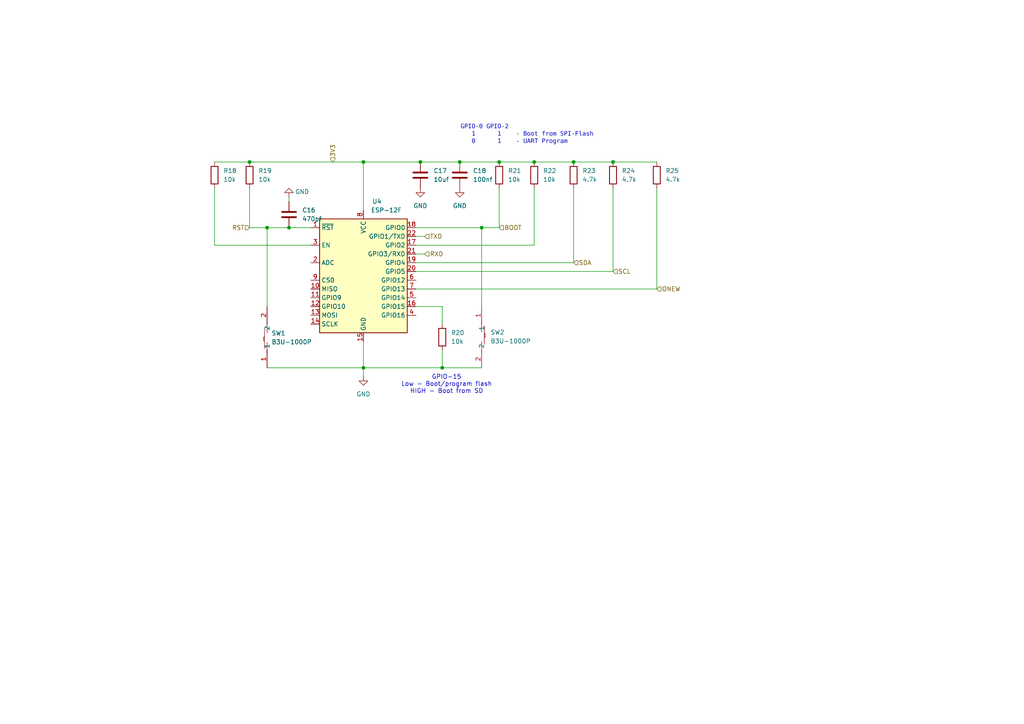
<source format=kicad_sch>
(kicad_sch (version 20231120) (generator "eeschema") (generator_version "8.0")
  (paper "A4")
  (lib_symbols
    (symbol "Device:C" (pin_numbers hide) (pin_names (offset 0.254))
      (property "Reference" "C" (at 0.635 2.54 0))
      (property "Value" "C" (at 0.635 -2.54 0))
      (symbol "C_0_1"
        (polyline (pts (xy -2.032 -0.762) (xy 2.032 -0.762)) (stroke (width 0.508)))
        (polyline (pts (xy -2.032 0.762) (xy 2.032 0.762)) (stroke (width 0.508)))
      )
      (symbol "C_1_1"
        (pin passive line (at 0 3.81 270) (length 2.794) (name "~") (number "1"))
        (pin passive line (at 0 -3.81 90) (length 2.794) (name "~") (number "2"))
      )
    )
    (symbol "Device:R" (pin_numbers hide) (pin_names (offset 0))
      (property "Reference" "R" (at 2.032 0 90))
      (property "Value" "R" (at 0 0 90))
      (symbol "R_0_1"
        (rectangle (start -1.016 -2.54) (end 1.016 2.54) (stroke (width 0.254)))
      )
      (symbol "R_1_1"
        (pin passive line (at 0 3.81 270) (length 1.27) (name "~") (number "1"))
        (pin passive line (at 0 -3.81 90) (length 1.27) (name "~") (number "2"))
      )
    )
    (symbol "RF_Module:ESP-12F"
      (property "Reference" "U" (at -12.7 19.05 0))
      (property "Value" "ESP-12F" (at 12.7 19.05 0))
      (symbol "ESP-12F_0_1"
        (rectangle (start -12.7 17.78) (end 12.7 -15.24) (stroke (width 0.254)) (fill (type background)))
      )
      (symbol "ESP-12F_1_1"
        (pin input line (at -15.24 15.24 0) (length 2.54) (name "~{RST}") (number "1"))
        (pin bidirectional line (at -15.24 -2.54 0) (length 2.54) (name "MISO") (number "10"))
        (pin bidirectional line (at -15.24 -5.08 0) (length 2.54) (name "GPIO9") (number "11"))
        (pin bidirectional line (at -15.24 -7.62 0) (length 2.54) (name "GPIO10") (number "12"))
        (pin bidirectional line (at -15.24 -10.16 0) (length 2.54) (name "MOSI") (number "13"))
        (pin bidirectional line (at -15.24 -12.7 0) (length 2.54) (name "SCLK") (number "14"))
        (pin power_in line (at 0 -17.78 90) (length 2.54) (name "GND") (number "15"))
        (pin bidirectional line (at 15.24 -7.62 180) (length 2.54) (name "GPIO15") (number "16"))
        (pin bidirectional line (at 15.24 10.16 180) (length 2.54) (name "GPIO2") (number "17"))
        (pin bidirectional line (at 15.24 15.24 180) (length 2.54) (name "GPIO0") (number "18"))
        (pin bidirectional line (at 15.24 5.08 180) (length 2.54) (name "GPIO4") (number "19"))
        (pin input line (at -15.24 5.08 0) (length 2.54) (name "ADC") (number "2"))
        (pin bidirectional line (at 15.24 2.54 180) (length 2.54) (name "GPIO5") (number "20"))
        (pin bidirectional line (at 15.24 7.62 180) (length 2.54) (name "GPIO3/RXD") (number "21"))
        (pin bidirectional line (at 15.24 12.7 180) (length 2.54) (name "GPIO1/TXD") (number "22"))
        (pin input line (at -15.24 10.16 0) (length 2.54) (name "EN") (number "3"))
        (pin bidirectional line (at 15.24 -10.16 180) (length 2.54) (name "GPIO16") (number "4"))
        (pin bidirectional line (at 15.24 -5.08 180) (length 2.54) (name "GPIO14") (number "5"))
        (pin bidirectional line (at 15.24 0 180) (length 2.54) (name "GPIO12") (number "6"))
        (pin bidirectional line (at 15.24 -2.54 180) (length 2.54) (name "GPIO13") (number "7"))
        (pin power_in line (at 0 20.32 270) (length 2.54) (name "VCC") (number "8"))
        (pin input line (at -15.24 0 0) (length 2.54) (name "CS0") (number "9"))
      )
    )
    (symbol "easyeda2kicad:B3U-1000P"
      (property "Reference" "SW" (at 0 5.08 0))
      (property "Value" "B3U-1000P" (at 0 -5.08 0))
      (symbol "B3U-1000P_0_1"
        (polyline (pts (xy -5.84 0) (xy -2.79 0)))
        (polyline (pts (xy -4.57 0.76) (xy 0.76 0.76)))
        (polyline (pts (xy 0 0) (xy 3.05 0)))
        (polyline (pts (xy -2.29 0.76) (xy -2.29 1.02) (xy -1.27 1.02) (xy -1.27 0.76)))
        (pin unspecified line (at -10.16 0 0) (length 5.08) (name "1") (number "1"))
        (pin unspecified line (at 7.62 0 180) (length 5.08) (name "2") (number "2"))
      )
    )
    (symbol "power:GND" (power) (pin_numbers hide) (pin_names (offset 0) hide)
      (property "Value" "GND" (at 0 -3.81 0))
      (symbol "GND_0_1"
        (polyline (pts (xy 0 0) (xy 0 -1.27) (xy 1.27 -1.27) (xy 0 -2.54) (xy -1.27 -1.27) (xy 0 -1.27)))
      )
      (symbol "GND_1_1"
        (pin power_in line (at 0 0 270) (length 0) (name "~") (number "1"))
      )
    )
  )
  (junction (at 144.78 46.99))
  (junction (at 83.82 66.04))
  (junction (at 133.35 46.99))
  (junction (at 72.39 46.99))
  (junction (at 166.37 46.99))
  (junction (at 139.7 66.04))
  (junction (at 77.47 66.04))
  (junction (at 105.41 46.99))
  (junction (at 121.92 46.99))
  (junction (at 105.41 106.68))
  (junction (at 154.94 46.99))
  (junction (at 177.8 46.99))
  (junction (at 128.27 106.68))
  (wire (pts (xy 120.65 73.66) (xy 123.19 73.66)))
  (wire (pts (xy 177.8 78.74) (xy 120.65 78.74)))
  (wire (pts (xy 190.5 83.82) (xy 120.65 83.82)))
  (wire (pts (xy 72.39 46.99) (xy 105.41 46.99)))
  (wire (pts (xy 105.41 46.99) (xy 121.92 46.99)))
  (wire (pts (xy 120.65 76.2) (xy 166.37 76.2)))
  (wire (pts (xy 77.47 106.68) (xy 105.41 106.68)))
  (wire (pts (xy 62.23 71.12) (xy 90.17 71.12)))
  (wire (pts (xy 83.82 57.15) (xy 83.82 58.42)))
  (wire (pts (xy 166.37 46.99) (xy 177.8 46.99)))
  (wire (pts (xy 83.82 66.04) (xy 90.17 66.04)))
  (wire (pts (xy 128.27 106.68) (xy 139.7 106.68)))
  (wire (pts (xy 154.94 71.12) (xy 120.65 71.12)))
  (wire (pts (xy 133.35 46.99) (xy 144.78 46.99)))
  (wire (pts (xy 190.5 54.61) (xy 190.5 83.82)))
  (wire (pts (xy 177.8 54.61) (xy 177.8 78.74)))
  (wire (pts (xy 144.78 46.99) (xy 154.94 46.99)))
  (wire (pts (xy 166.37 76.2) (xy 166.37 54.61)))
  (wire (pts (xy 154.94 46.99) (xy 166.37 46.99)))
  (wire (pts (xy 72.39 66.04) (xy 77.47 66.04)))
  (wire (pts (xy 154.94 54.61) (xy 154.94 71.12)))
  (wire (pts (xy 105.41 106.68) (xy 105.41 99.06)))
  (wire (pts (xy 105.41 109.22) (xy 105.41 106.68)))
  (wire (pts (xy 62.23 54.61) (xy 62.23 71.12)))
  (wire (pts (xy 128.27 101.6) (xy 128.27 106.68)))
  (wire (pts (xy 177.8 46.99) (xy 190.5 46.99)))
  (wire (pts (xy 77.47 66.04) (xy 83.82 66.04)))
  (wire (pts (xy 105.41 46.99) (xy 105.41 60.96)))
  (wire (pts (xy 123.19 68.58) (xy 120.65 68.58)))
  (wire (pts (xy 128.27 93.98) (xy 128.27 88.9)))
  (wire (pts (xy 105.41 106.68) (xy 128.27 106.68)))
  (wire (pts (xy 77.47 66.04) (xy 77.47 88.9)))
  (wire (pts (xy 121.92 46.99) (xy 133.35 46.99)))
  (wire (pts (xy 62.23 46.99) (xy 72.39 46.99)))
  (wire (pts (xy 128.27 88.9) (xy 120.65 88.9)))
  (wire (pts (xy 72.39 54.61) (xy 72.39 66.04)))
  (wire (pts (xy 144.78 54.61) (xy 144.78 66.04)))
  (wire (pts (xy 139.7 66.04) (xy 139.7 88.9)))
  (wire (pts (xy 139.7 66.04) (xy 120.65 66.04)))
  (wire (pts (xy 144.78 66.04) (xy 139.7 66.04)))
  (text "GPIO-15\nLow - Boot/program flash\nHIGH - Boot from SD" (at 129.54 111.506 0) (effects (font (size 1.27 1.27))))
  (text "GPIO-0 GPIO-2\n   1      1    - Boot from SPI-Flash\n   0      1    - UART Program" (at 133.604 39.37 0) (effects (font (size 1.27 1.27)) (justify left)))
  (hierarchical_label "TXD" (shape input) (at 123.19 68.58 0))
  (hierarchical_label "BOOT" (shape input) (at 144.78 66.04 0))
  (hierarchical_label "ONEW" (shape input) (at 190.5 83.82 0))
  (hierarchical_label "RXD" (shape input) (at 123.19 73.66 0))
  (hierarchical_label "RST" (shape input) (at 72.39 66.04 180))
  (hierarchical_label "3V3" (shape input) (at 96.52 46.99 90))
  (hierarchical_label "SDA" (shape input) (at 166.37 76.2 0))
  (hierarchical_label "SCL" (shape input) (at 177.8 78.74 0))
  (symbol (lib_id "Device:C") (at 83.82 62.23 0) (unit 1)
    (property "Reference" "C16" (at 87.63 60.9599 0) (effects (justify left)))
    (property "Value" "470pf" (at 87.63 63.4999 0) (effects (justify left)))
    (property "Footprint" "Capacitor_SMD:C_0603_1608Metric" (effects (hide yes)))
    (property "Description" "Unpolarized capacitor" (effects (hide yes)))
  )
  (symbol (lib_id "easyeda2kicad:B3U-1000P") (at 139.7 99.06 270) (unit 1)
    (property "Reference" "SW2" (at 142.24 96.3949 90) (effects (justify left)))
    (property "Value" "B3U-1000P" (at 142.24 98.9349 90) (effects (justify left)))
    (property "Footprint" "easyeda2kicad:KEY-SMD_B3U-1000PM" (effects (hide yes)))
    (property "Datasheet" "https://lcsc.com/product-detail/Others_Omron-Electronics_B3U-1000P_Omron-Electronics-B3U-1000P_C231329.html" (effects (hide yes)))
    (property "LCSC Part" "C231329" (effects (hide yes)))
  )
  (symbol (lib_id "Device:R") (at 166.37 50.8 0) (unit 1)
    (property "Reference" "R23" (at 168.91 49.5299 0) (effects (justify left)))
    (property "Value" "4.7k" (at 168.91 52.0699 0) (effects (justify left)))
    (property "Footprint" "Resistor_SMD:R_0603_1608Metric" (effects (hide yes)))
    (property "Description" "Resistor" (effects (hide yes)))
  )
  (symbol (lib_id "Device:R") (at 128.27 97.79 0) (unit 1)
    (property "Reference" "R20" (at 130.81 96.5199 0) (effects (justify left)))
    (property "Value" "10k" (at 130.81 99.0599 0) (effects (justify left)))
    (property "Footprint" "Resistor_SMD:R_0603_1608Metric" (effects (hide yes)))
    (property "Description" "Resistor" (effects (hide yes)))
  )
  (symbol (lib_id "power:GND") (at 133.35 54.61 0) (unit 1)
    (property "Reference" "#PWR030" (effects (hide yes)))
    (property "Value" "GND" (at 133.35 59.69 0))
    (property "Description" "Power symbol creates a global label with name \"GND\" , ground" (effects (hide yes)))
  )
  (symbol (lib_id "power:GND") (at 121.92 54.61 0) (unit 1)
    (property "Reference" "#PWR029" (effects (hide yes)))
    (property "Value" "GND" (at 121.92 59.69 0))
    (property "Description" "Power symbol creates a global label with name \"GND\" , ground" (effects (hide yes)))
  )
  (symbol (lib_id "Device:R") (at 154.94 50.8 0) (unit 1)
    (property "Reference" "R22" (at 157.48 49.5299 0) (effects (justify left)))
    (property "Value" "10k" (at 157.48 52.0699 0) (effects (justify left)))
    (property "Footprint" "Resistor_SMD:R_0603_1608Metric" (effects (hide yes)))
    (property "Description" "Resistor" (effects (hide yes)))
  )
  (symbol (lib_id "Device:R") (at 62.23 50.8 0) (unit 1)
    (property "Reference" "R18" (at 64.77 49.5299 0) (effects (justify left)))
    (property "Value" "10k" (at 64.77 52.0699 0) (effects (justify left)))
    (property "Footprint" "Resistor_SMD:R_0603_1608Metric" (effects (hide yes)))
    (property "Description" "Resistor" (effects (hide yes)))
  )
  (symbol (lib_id "Device:C") (at 121.92 50.8 0) (unit 1)
    (property "Reference" "C17" (at 125.73 49.5299 0) (effects (justify left)))
    (property "Value" "10uf" (at 125.73 52.0699 0) (effects (justify left)))
    (property "Footprint" "Capacitor_SMD:C_0603_1608Metric" (effects (hide yes)))
    (property "Description" "Unpolarized capacitor" (effects (hide yes)))
  )
  (symbol (lib_id "Device:C") (at 133.35 50.8 0) (unit 1)
    (property "Reference" "C18" (at 137.16 49.5299 0) (effects (justify left)))
    (property "Value" "100nf" (at 137.16 52.0699 0) (effects (justify left)))
    (property "Footprint" "Capacitor_SMD:C_0603_1608Metric" (effects (hide yes)))
    (property "Description" "Unpolarized capacitor" (effects (hide yes)))
  )
  (symbol (lib_id "easyeda2kicad:B3U-1000P") (at 77.47 96.52 90) (unit 1)
    (property "Reference" "SW1" (at 78.74 96.6449 90) (effects (justify right)))
    (property "Value" "B3U-1000P" (at 78.74 99.1849 90) (effects (justify right)))
    (property "Footprint" "easyeda2kicad:KEY-SMD_B3U-1000PM" (effects (hide yes)))
    (property "Datasheet" "https://lcsc.com/product-detail/Others_Omron-Electronics_B3U-1000P_Omron-Electronics-B3U-1000P_C231329.html" (effects (hide yes)))
    (property "LCSC Part" "C231329" (effects (hide yes)))
  )
  (symbol (lib_id "Device:R") (at 72.39 50.8 0) (unit 1)
    (property "Reference" "R19" (at 74.93 49.5299 0) (effects (justify left)))
    (property "Value" "10k" (at 74.93 52.0699 0) (effects (justify left)))
    (property "Footprint" "Resistor_SMD:R_0603_1608Metric" (effects (hide yes)))
    (property "Description" "Resistor" (effects (hide yes)))
  )
  (symbol (lib_id "power:GND") (at 105.41 109.22 0) (unit 1)
    (property "Reference" "#PWR028" (effects (hide yes)))
    (property "Value" "GND" (at 105.41 114.3 0))
    (property "Description" "Power symbol creates a global label with name \"GND\" , ground" (effects (hide yes)))
  )
  (symbol (lib_id "Device:R") (at 144.78 50.8 0) (unit 1)
    (property "Reference" "R21" (at 147.32 49.5299 0) (effects (justify left)))
    (property "Value" "10k" (at 147.32 52.0699 0) (effects (justify left)))
    (property "Footprint" "Resistor_SMD:R_0603_1608Metric" (effects (hide yes)))
    (property "Description" "Resistor" (effects (hide yes)))
  )
  (symbol (lib_id "RF_Module:ESP-12F") (at 105.41 81.28 0) (unit 1)
    (property "Reference" "U4" (at 107.95 58.42 0) (effects (justify left)))
    (property "Value" "ESP-12F" (at 107.6041 60.96 0) (effects (justify left)))
    (property "Footprint" "RF_Module:ESP-12E" (effects (hide yes)))
    (property "Datasheet" "http://wiki.ai-thinker.com/_media/esp8266/esp8266_series_modules_user_manual_v1.1.pdf" (effects (hide yes)))
    (property "Description" "802.11 b/g/n Wi-Fi Module" (effects (hide yes)))
  )
  (symbol (lib_id "Device:R") (at 177.8 50.8 0) (unit 1)
    (property "Reference" "R24" (at 180.34 49.5299 0) (effects (justify left)))
    (property "Value" "4.7k" (at 180.34 52.0699 0) (effects (justify left)))
    (property "Footprint" "Resistor_SMD:R_0603_1608Metric" (effects (hide yes)))
    (property "Description" "Resistor" (effects (hide yes)))
  )
  (symbol (lib_id "power:GND") (at 83.82 57.15 180) (unit 1)
    (property "Reference" "#PWR027" (effects (hide yes)))
    (property "Value" "GND" (at 87.63 55.626 0))
    (property "Description" "Power symbol creates a global label with name \"GND\" , ground" (effects (hide yes)))
  )
  (symbol (lib_id "Device:R") (at 190.5 50.8 0) (unit 1)
    (property "Reference" "R25" (at 193.04 49.5299 0) (effects (justify left)))
    (property "Value" "4.7k" (at 193.04 52.0699 0) (effects (justify left)))
    (property "Footprint" "Resistor_SMD:R_0603_1608Metric" (effects (hide yes)))
    (property "Description" "Resistor" (effects (hide yes)))
  )
)
</source>
